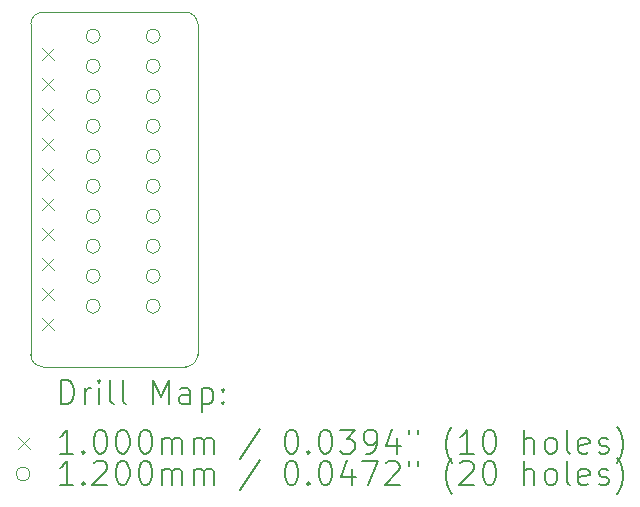
<source format=gbr>
%TF.GenerationSoftware,KiCad,Pcbnew,7.0.7*%
%TF.CreationDate,2023-11-28T10:38:12+01:00*%
%TF.ProjectId,wago kf141v adapter,7761676f-206b-4663-9134-317620616461,rev?*%
%TF.SameCoordinates,Original*%
%TF.FileFunction,Drillmap*%
%TF.FilePolarity,Positive*%
%FSLAX45Y45*%
G04 Gerber Fmt 4.5, Leading zero omitted, Abs format (unit mm)*
G04 Created by KiCad (PCBNEW 7.0.7) date 2023-11-28 10:38:12*
%MOMM*%
%LPD*%
G01*
G04 APERTURE LIST*
%ADD10C,0.100000*%
%ADD11C,0.200000*%
%ADD12C,0.120000*%
G04 APERTURE END LIST*
D10*
X13800000Y-7200000D02*
X15013000Y-7200000D01*
X13800000Y-10200000D02*
X15013000Y-10200000D01*
X13700000Y-7300000D02*
X13700000Y-10100000D01*
X15013000Y-10200000D02*
G75*
G03*
X15113000Y-10100000I0J100000D01*
G01*
X15113000Y-7300000D02*
G75*
G03*
X15013000Y-7200000I-100000J0D01*
G01*
X15113000Y-7300000D02*
X15113000Y-10100000D01*
X13700000Y-10100000D02*
G75*
G03*
X13800000Y-10200000I100000J0D01*
G01*
X13800000Y-7200000D02*
G75*
G03*
X13700000Y-7300000I0J-100000D01*
G01*
D11*
D10*
X13793000Y-7507000D02*
X13893000Y-7607000D01*
X13893000Y-7507000D02*
X13793000Y-7607000D01*
X13793000Y-7761000D02*
X13893000Y-7861000D01*
X13893000Y-7761000D02*
X13793000Y-7861000D01*
X13793000Y-8015000D02*
X13893000Y-8115000D01*
X13893000Y-8015000D02*
X13793000Y-8115000D01*
X13793000Y-8269000D02*
X13893000Y-8369000D01*
X13893000Y-8269000D02*
X13793000Y-8369000D01*
X13793000Y-8523000D02*
X13893000Y-8623000D01*
X13893000Y-8523000D02*
X13793000Y-8623000D01*
X13793000Y-8777000D02*
X13893000Y-8877000D01*
X13893000Y-8777000D02*
X13793000Y-8877000D01*
X13793000Y-9031000D02*
X13893000Y-9131000D01*
X13893000Y-9031000D02*
X13793000Y-9131000D01*
X13793000Y-9285000D02*
X13893000Y-9385000D01*
X13893000Y-9285000D02*
X13793000Y-9385000D01*
X13793000Y-9539000D02*
X13893000Y-9639000D01*
X13893000Y-9539000D02*
X13793000Y-9639000D01*
X13793000Y-9793000D02*
X13893000Y-9893000D01*
X13893000Y-9793000D02*
X13793000Y-9893000D01*
D12*
X14288000Y-7402500D02*
G75*
G03*
X14288000Y-7402500I-60000J0D01*
G01*
X14288000Y-7656500D02*
G75*
G03*
X14288000Y-7656500I-60000J0D01*
G01*
X14288000Y-7910500D02*
G75*
G03*
X14288000Y-7910500I-60000J0D01*
G01*
X14288000Y-8164500D02*
G75*
G03*
X14288000Y-8164500I-60000J0D01*
G01*
X14288000Y-8418500D02*
G75*
G03*
X14288000Y-8418500I-60000J0D01*
G01*
X14288000Y-8672500D02*
G75*
G03*
X14288000Y-8672500I-60000J0D01*
G01*
X14288000Y-8926500D02*
G75*
G03*
X14288000Y-8926500I-60000J0D01*
G01*
X14288000Y-9180500D02*
G75*
G03*
X14288000Y-9180500I-60000J0D01*
G01*
X14288000Y-9434500D02*
G75*
G03*
X14288000Y-9434500I-60000J0D01*
G01*
X14288000Y-9688500D02*
G75*
G03*
X14288000Y-9688500I-60000J0D01*
G01*
X14796000Y-7402500D02*
G75*
G03*
X14796000Y-7402500I-60000J0D01*
G01*
X14796000Y-7656500D02*
G75*
G03*
X14796000Y-7656500I-60000J0D01*
G01*
X14796000Y-7910500D02*
G75*
G03*
X14796000Y-7910500I-60000J0D01*
G01*
X14796000Y-8164500D02*
G75*
G03*
X14796000Y-8164500I-60000J0D01*
G01*
X14796000Y-8418500D02*
G75*
G03*
X14796000Y-8418500I-60000J0D01*
G01*
X14796000Y-8672500D02*
G75*
G03*
X14796000Y-8672500I-60000J0D01*
G01*
X14796000Y-8926500D02*
G75*
G03*
X14796000Y-8926500I-60000J0D01*
G01*
X14796000Y-9180500D02*
G75*
G03*
X14796000Y-9180500I-60000J0D01*
G01*
X14796000Y-9434500D02*
G75*
G03*
X14796000Y-9434500I-60000J0D01*
G01*
X14796000Y-9688500D02*
G75*
G03*
X14796000Y-9688500I-60000J0D01*
G01*
D11*
X13955777Y-10516484D02*
X13955777Y-10316484D01*
X13955777Y-10316484D02*
X14003396Y-10316484D01*
X14003396Y-10316484D02*
X14031967Y-10326008D01*
X14031967Y-10326008D02*
X14051015Y-10345055D01*
X14051015Y-10345055D02*
X14060539Y-10364103D01*
X14060539Y-10364103D02*
X14070062Y-10402198D01*
X14070062Y-10402198D02*
X14070062Y-10430770D01*
X14070062Y-10430770D02*
X14060539Y-10468865D01*
X14060539Y-10468865D02*
X14051015Y-10487912D01*
X14051015Y-10487912D02*
X14031967Y-10506960D01*
X14031967Y-10506960D02*
X14003396Y-10516484D01*
X14003396Y-10516484D02*
X13955777Y-10516484D01*
X14155777Y-10516484D02*
X14155777Y-10383150D01*
X14155777Y-10421246D02*
X14165301Y-10402198D01*
X14165301Y-10402198D02*
X14174824Y-10392674D01*
X14174824Y-10392674D02*
X14193872Y-10383150D01*
X14193872Y-10383150D02*
X14212920Y-10383150D01*
X14279586Y-10516484D02*
X14279586Y-10383150D01*
X14279586Y-10316484D02*
X14270062Y-10326008D01*
X14270062Y-10326008D02*
X14279586Y-10335531D01*
X14279586Y-10335531D02*
X14289110Y-10326008D01*
X14289110Y-10326008D02*
X14279586Y-10316484D01*
X14279586Y-10316484D02*
X14279586Y-10335531D01*
X14403396Y-10516484D02*
X14384348Y-10506960D01*
X14384348Y-10506960D02*
X14374824Y-10487912D01*
X14374824Y-10487912D02*
X14374824Y-10316484D01*
X14508158Y-10516484D02*
X14489110Y-10506960D01*
X14489110Y-10506960D02*
X14479586Y-10487912D01*
X14479586Y-10487912D02*
X14479586Y-10316484D01*
X14736729Y-10516484D02*
X14736729Y-10316484D01*
X14736729Y-10316484D02*
X14803396Y-10459341D01*
X14803396Y-10459341D02*
X14870062Y-10316484D01*
X14870062Y-10316484D02*
X14870062Y-10516484D01*
X15051015Y-10516484D02*
X15051015Y-10411722D01*
X15051015Y-10411722D02*
X15041491Y-10392674D01*
X15041491Y-10392674D02*
X15022443Y-10383150D01*
X15022443Y-10383150D02*
X14984348Y-10383150D01*
X14984348Y-10383150D02*
X14965301Y-10392674D01*
X15051015Y-10506960D02*
X15031967Y-10516484D01*
X15031967Y-10516484D02*
X14984348Y-10516484D01*
X14984348Y-10516484D02*
X14965301Y-10506960D01*
X14965301Y-10506960D02*
X14955777Y-10487912D01*
X14955777Y-10487912D02*
X14955777Y-10468865D01*
X14955777Y-10468865D02*
X14965301Y-10449817D01*
X14965301Y-10449817D02*
X14984348Y-10440293D01*
X14984348Y-10440293D02*
X15031967Y-10440293D01*
X15031967Y-10440293D02*
X15051015Y-10430770D01*
X15146253Y-10383150D02*
X15146253Y-10583150D01*
X15146253Y-10392674D02*
X15165301Y-10383150D01*
X15165301Y-10383150D02*
X15203396Y-10383150D01*
X15203396Y-10383150D02*
X15222443Y-10392674D01*
X15222443Y-10392674D02*
X15231967Y-10402198D01*
X15231967Y-10402198D02*
X15241491Y-10421246D01*
X15241491Y-10421246D02*
X15241491Y-10478389D01*
X15241491Y-10478389D02*
X15231967Y-10497436D01*
X15231967Y-10497436D02*
X15222443Y-10506960D01*
X15222443Y-10506960D02*
X15203396Y-10516484D01*
X15203396Y-10516484D02*
X15165301Y-10516484D01*
X15165301Y-10516484D02*
X15146253Y-10506960D01*
X15327205Y-10497436D02*
X15336729Y-10506960D01*
X15336729Y-10506960D02*
X15327205Y-10516484D01*
X15327205Y-10516484D02*
X15317682Y-10506960D01*
X15317682Y-10506960D02*
X15327205Y-10497436D01*
X15327205Y-10497436D02*
X15327205Y-10516484D01*
X15327205Y-10392674D02*
X15336729Y-10402198D01*
X15336729Y-10402198D02*
X15327205Y-10411722D01*
X15327205Y-10411722D02*
X15317682Y-10402198D01*
X15317682Y-10402198D02*
X15327205Y-10392674D01*
X15327205Y-10392674D02*
X15327205Y-10411722D01*
D10*
X13595000Y-10795000D02*
X13695000Y-10895000D01*
X13695000Y-10795000D02*
X13595000Y-10895000D01*
D11*
X14060539Y-10936484D02*
X13946253Y-10936484D01*
X14003396Y-10936484D02*
X14003396Y-10736484D01*
X14003396Y-10736484D02*
X13984348Y-10765055D01*
X13984348Y-10765055D02*
X13965301Y-10784103D01*
X13965301Y-10784103D02*
X13946253Y-10793627D01*
X14146253Y-10917436D02*
X14155777Y-10926960D01*
X14155777Y-10926960D02*
X14146253Y-10936484D01*
X14146253Y-10936484D02*
X14136729Y-10926960D01*
X14136729Y-10926960D02*
X14146253Y-10917436D01*
X14146253Y-10917436D02*
X14146253Y-10936484D01*
X14279586Y-10736484D02*
X14298634Y-10736484D01*
X14298634Y-10736484D02*
X14317682Y-10746008D01*
X14317682Y-10746008D02*
X14327205Y-10755531D01*
X14327205Y-10755531D02*
X14336729Y-10774579D01*
X14336729Y-10774579D02*
X14346253Y-10812674D01*
X14346253Y-10812674D02*
X14346253Y-10860293D01*
X14346253Y-10860293D02*
X14336729Y-10898389D01*
X14336729Y-10898389D02*
X14327205Y-10917436D01*
X14327205Y-10917436D02*
X14317682Y-10926960D01*
X14317682Y-10926960D02*
X14298634Y-10936484D01*
X14298634Y-10936484D02*
X14279586Y-10936484D01*
X14279586Y-10936484D02*
X14260539Y-10926960D01*
X14260539Y-10926960D02*
X14251015Y-10917436D01*
X14251015Y-10917436D02*
X14241491Y-10898389D01*
X14241491Y-10898389D02*
X14231967Y-10860293D01*
X14231967Y-10860293D02*
X14231967Y-10812674D01*
X14231967Y-10812674D02*
X14241491Y-10774579D01*
X14241491Y-10774579D02*
X14251015Y-10755531D01*
X14251015Y-10755531D02*
X14260539Y-10746008D01*
X14260539Y-10746008D02*
X14279586Y-10736484D01*
X14470062Y-10736484D02*
X14489110Y-10736484D01*
X14489110Y-10736484D02*
X14508158Y-10746008D01*
X14508158Y-10746008D02*
X14517682Y-10755531D01*
X14517682Y-10755531D02*
X14527205Y-10774579D01*
X14527205Y-10774579D02*
X14536729Y-10812674D01*
X14536729Y-10812674D02*
X14536729Y-10860293D01*
X14536729Y-10860293D02*
X14527205Y-10898389D01*
X14527205Y-10898389D02*
X14517682Y-10917436D01*
X14517682Y-10917436D02*
X14508158Y-10926960D01*
X14508158Y-10926960D02*
X14489110Y-10936484D01*
X14489110Y-10936484D02*
X14470062Y-10936484D01*
X14470062Y-10936484D02*
X14451015Y-10926960D01*
X14451015Y-10926960D02*
X14441491Y-10917436D01*
X14441491Y-10917436D02*
X14431967Y-10898389D01*
X14431967Y-10898389D02*
X14422443Y-10860293D01*
X14422443Y-10860293D02*
X14422443Y-10812674D01*
X14422443Y-10812674D02*
X14431967Y-10774579D01*
X14431967Y-10774579D02*
X14441491Y-10755531D01*
X14441491Y-10755531D02*
X14451015Y-10746008D01*
X14451015Y-10746008D02*
X14470062Y-10736484D01*
X14660539Y-10736484D02*
X14679586Y-10736484D01*
X14679586Y-10736484D02*
X14698634Y-10746008D01*
X14698634Y-10746008D02*
X14708158Y-10755531D01*
X14708158Y-10755531D02*
X14717682Y-10774579D01*
X14717682Y-10774579D02*
X14727205Y-10812674D01*
X14727205Y-10812674D02*
X14727205Y-10860293D01*
X14727205Y-10860293D02*
X14717682Y-10898389D01*
X14717682Y-10898389D02*
X14708158Y-10917436D01*
X14708158Y-10917436D02*
X14698634Y-10926960D01*
X14698634Y-10926960D02*
X14679586Y-10936484D01*
X14679586Y-10936484D02*
X14660539Y-10936484D01*
X14660539Y-10936484D02*
X14641491Y-10926960D01*
X14641491Y-10926960D02*
X14631967Y-10917436D01*
X14631967Y-10917436D02*
X14622443Y-10898389D01*
X14622443Y-10898389D02*
X14612920Y-10860293D01*
X14612920Y-10860293D02*
X14612920Y-10812674D01*
X14612920Y-10812674D02*
X14622443Y-10774579D01*
X14622443Y-10774579D02*
X14631967Y-10755531D01*
X14631967Y-10755531D02*
X14641491Y-10746008D01*
X14641491Y-10746008D02*
X14660539Y-10736484D01*
X14812920Y-10936484D02*
X14812920Y-10803150D01*
X14812920Y-10822198D02*
X14822443Y-10812674D01*
X14822443Y-10812674D02*
X14841491Y-10803150D01*
X14841491Y-10803150D02*
X14870063Y-10803150D01*
X14870063Y-10803150D02*
X14889110Y-10812674D01*
X14889110Y-10812674D02*
X14898634Y-10831722D01*
X14898634Y-10831722D02*
X14898634Y-10936484D01*
X14898634Y-10831722D02*
X14908158Y-10812674D01*
X14908158Y-10812674D02*
X14927205Y-10803150D01*
X14927205Y-10803150D02*
X14955777Y-10803150D01*
X14955777Y-10803150D02*
X14974824Y-10812674D01*
X14974824Y-10812674D02*
X14984348Y-10831722D01*
X14984348Y-10831722D02*
X14984348Y-10936484D01*
X15079586Y-10936484D02*
X15079586Y-10803150D01*
X15079586Y-10822198D02*
X15089110Y-10812674D01*
X15089110Y-10812674D02*
X15108158Y-10803150D01*
X15108158Y-10803150D02*
X15136729Y-10803150D01*
X15136729Y-10803150D02*
X15155777Y-10812674D01*
X15155777Y-10812674D02*
X15165301Y-10831722D01*
X15165301Y-10831722D02*
X15165301Y-10936484D01*
X15165301Y-10831722D02*
X15174824Y-10812674D01*
X15174824Y-10812674D02*
X15193872Y-10803150D01*
X15193872Y-10803150D02*
X15222443Y-10803150D01*
X15222443Y-10803150D02*
X15241491Y-10812674D01*
X15241491Y-10812674D02*
X15251015Y-10831722D01*
X15251015Y-10831722D02*
X15251015Y-10936484D01*
X15641491Y-10726960D02*
X15470063Y-10984103D01*
X15898634Y-10736484D02*
X15917682Y-10736484D01*
X15917682Y-10736484D02*
X15936729Y-10746008D01*
X15936729Y-10746008D02*
X15946253Y-10755531D01*
X15946253Y-10755531D02*
X15955777Y-10774579D01*
X15955777Y-10774579D02*
X15965301Y-10812674D01*
X15965301Y-10812674D02*
X15965301Y-10860293D01*
X15965301Y-10860293D02*
X15955777Y-10898389D01*
X15955777Y-10898389D02*
X15946253Y-10917436D01*
X15946253Y-10917436D02*
X15936729Y-10926960D01*
X15936729Y-10926960D02*
X15917682Y-10936484D01*
X15917682Y-10936484D02*
X15898634Y-10936484D01*
X15898634Y-10936484D02*
X15879586Y-10926960D01*
X15879586Y-10926960D02*
X15870063Y-10917436D01*
X15870063Y-10917436D02*
X15860539Y-10898389D01*
X15860539Y-10898389D02*
X15851015Y-10860293D01*
X15851015Y-10860293D02*
X15851015Y-10812674D01*
X15851015Y-10812674D02*
X15860539Y-10774579D01*
X15860539Y-10774579D02*
X15870063Y-10755531D01*
X15870063Y-10755531D02*
X15879586Y-10746008D01*
X15879586Y-10746008D02*
X15898634Y-10736484D01*
X16051015Y-10917436D02*
X16060539Y-10926960D01*
X16060539Y-10926960D02*
X16051015Y-10936484D01*
X16051015Y-10936484D02*
X16041491Y-10926960D01*
X16041491Y-10926960D02*
X16051015Y-10917436D01*
X16051015Y-10917436D02*
X16051015Y-10936484D01*
X16184348Y-10736484D02*
X16203396Y-10736484D01*
X16203396Y-10736484D02*
X16222444Y-10746008D01*
X16222444Y-10746008D02*
X16231967Y-10755531D01*
X16231967Y-10755531D02*
X16241491Y-10774579D01*
X16241491Y-10774579D02*
X16251015Y-10812674D01*
X16251015Y-10812674D02*
X16251015Y-10860293D01*
X16251015Y-10860293D02*
X16241491Y-10898389D01*
X16241491Y-10898389D02*
X16231967Y-10917436D01*
X16231967Y-10917436D02*
X16222444Y-10926960D01*
X16222444Y-10926960D02*
X16203396Y-10936484D01*
X16203396Y-10936484D02*
X16184348Y-10936484D01*
X16184348Y-10936484D02*
X16165301Y-10926960D01*
X16165301Y-10926960D02*
X16155777Y-10917436D01*
X16155777Y-10917436D02*
X16146253Y-10898389D01*
X16146253Y-10898389D02*
X16136729Y-10860293D01*
X16136729Y-10860293D02*
X16136729Y-10812674D01*
X16136729Y-10812674D02*
X16146253Y-10774579D01*
X16146253Y-10774579D02*
X16155777Y-10755531D01*
X16155777Y-10755531D02*
X16165301Y-10746008D01*
X16165301Y-10746008D02*
X16184348Y-10736484D01*
X16317682Y-10736484D02*
X16441491Y-10736484D01*
X16441491Y-10736484D02*
X16374825Y-10812674D01*
X16374825Y-10812674D02*
X16403396Y-10812674D01*
X16403396Y-10812674D02*
X16422444Y-10822198D01*
X16422444Y-10822198D02*
X16431967Y-10831722D01*
X16431967Y-10831722D02*
X16441491Y-10850770D01*
X16441491Y-10850770D02*
X16441491Y-10898389D01*
X16441491Y-10898389D02*
X16431967Y-10917436D01*
X16431967Y-10917436D02*
X16422444Y-10926960D01*
X16422444Y-10926960D02*
X16403396Y-10936484D01*
X16403396Y-10936484D02*
X16346253Y-10936484D01*
X16346253Y-10936484D02*
X16327206Y-10926960D01*
X16327206Y-10926960D02*
X16317682Y-10917436D01*
X16536729Y-10936484D02*
X16574825Y-10936484D01*
X16574825Y-10936484D02*
X16593872Y-10926960D01*
X16593872Y-10926960D02*
X16603396Y-10917436D01*
X16603396Y-10917436D02*
X16622444Y-10888865D01*
X16622444Y-10888865D02*
X16631967Y-10850770D01*
X16631967Y-10850770D02*
X16631967Y-10774579D01*
X16631967Y-10774579D02*
X16622444Y-10755531D01*
X16622444Y-10755531D02*
X16612920Y-10746008D01*
X16612920Y-10746008D02*
X16593872Y-10736484D01*
X16593872Y-10736484D02*
X16555777Y-10736484D01*
X16555777Y-10736484D02*
X16536729Y-10746008D01*
X16536729Y-10746008D02*
X16527206Y-10755531D01*
X16527206Y-10755531D02*
X16517682Y-10774579D01*
X16517682Y-10774579D02*
X16517682Y-10822198D01*
X16517682Y-10822198D02*
X16527206Y-10841246D01*
X16527206Y-10841246D02*
X16536729Y-10850770D01*
X16536729Y-10850770D02*
X16555777Y-10860293D01*
X16555777Y-10860293D02*
X16593872Y-10860293D01*
X16593872Y-10860293D02*
X16612920Y-10850770D01*
X16612920Y-10850770D02*
X16622444Y-10841246D01*
X16622444Y-10841246D02*
X16631967Y-10822198D01*
X16803396Y-10803150D02*
X16803396Y-10936484D01*
X16755777Y-10726960D02*
X16708158Y-10869817D01*
X16708158Y-10869817D02*
X16831968Y-10869817D01*
X16898634Y-10736484D02*
X16898634Y-10774579D01*
X16974825Y-10736484D02*
X16974825Y-10774579D01*
X17270063Y-11012674D02*
X17260539Y-11003150D01*
X17260539Y-11003150D02*
X17241491Y-10974579D01*
X17241491Y-10974579D02*
X17231968Y-10955531D01*
X17231968Y-10955531D02*
X17222444Y-10926960D01*
X17222444Y-10926960D02*
X17212920Y-10879341D01*
X17212920Y-10879341D02*
X17212920Y-10841246D01*
X17212920Y-10841246D02*
X17222444Y-10793627D01*
X17222444Y-10793627D02*
X17231968Y-10765055D01*
X17231968Y-10765055D02*
X17241491Y-10746008D01*
X17241491Y-10746008D02*
X17260539Y-10717436D01*
X17260539Y-10717436D02*
X17270063Y-10707912D01*
X17451015Y-10936484D02*
X17336730Y-10936484D01*
X17393872Y-10936484D02*
X17393872Y-10736484D01*
X17393872Y-10736484D02*
X17374825Y-10765055D01*
X17374825Y-10765055D02*
X17355777Y-10784103D01*
X17355777Y-10784103D02*
X17336730Y-10793627D01*
X17574825Y-10736484D02*
X17593872Y-10736484D01*
X17593872Y-10736484D02*
X17612920Y-10746008D01*
X17612920Y-10746008D02*
X17622444Y-10755531D01*
X17622444Y-10755531D02*
X17631968Y-10774579D01*
X17631968Y-10774579D02*
X17641491Y-10812674D01*
X17641491Y-10812674D02*
X17641491Y-10860293D01*
X17641491Y-10860293D02*
X17631968Y-10898389D01*
X17631968Y-10898389D02*
X17622444Y-10917436D01*
X17622444Y-10917436D02*
X17612920Y-10926960D01*
X17612920Y-10926960D02*
X17593872Y-10936484D01*
X17593872Y-10936484D02*
X17574825Y-10936484D01*
X17574825Y-10936484D02*
X17555777Y-10926960D01*
X17555777Y-10926960D02*
X17546253Y-10917436D01*
X17546253Y-10917436D02*
X17536730Y-10898389D01*
X17536730Y-10898389D02*
X17527206Y-10860293D01*
X17527206Y-10860293D02*
X17527206Y-10812674D01*
X17527206Y-10812674D02*
X17536730Y-10774579D01*
X17536730Y-10774579D02*
X17546253Y-10755531D01*
X17546253Y-10755531D02*
X17555777Y-10746008D01*
X17555777Y-10746008D02*
X17574825Y-10736484D01*
X17879587Y-10936484D02*
X17879587Y-10736484D01*
X17965301Y-10936484D02*
X17965301Y-10831722D01*
X17965301Y-10831722D02*
X17955777Y-10812674D01*
X17955777Y-10812674D02*
X17936730Y-10803150D01*
X17936730Y-10803150D02*
X17908158Y-10803150D01*
X17908158Y-10803150D02*
X17889111Y-10812674D01*
X17889111Y-10812674D02*
X17879587Y-10822198D01*
X18089111Y-10936484D02*
X18070063Y-10926960D01*
X18070063Y-10926960D02*
X18060539Y-10917436D01*
X18060539Y-10917436D02*
X18051015Y-10898389D01*
X18051015Y-10898389D02*
X18051015Y-10841246D01*
X18051015Y-10841246D02*
X18060539Y-10822198D01*
X18060539Y-10822198D02*
X18070063Y-10812674D01*
X18070063Y-10812674D02*
X18089111Y-10803150D01*
X18089111Y-10803150D02*
X18117682Y-10803150D01*
X18117682Y-10803150D02*
X18136730Y-10812674D01*
X18136730Y-10812674D02*
X18146253Y-10822198D01*
X18146253Y-10822198D02*
X18155777Y-10841246D01*
X18155777Y-10841246D02*
X18155777Y-10898389D01*
X18155777Y-10898389D02*
X18146253Y-10917436D01*
X18146253Y-10917436D02*
X18136730Y-10926960D01*
X18136730Y-10926960D02*
X18117682Y-10936484D01*
X18117682Y-10936484D02*
X18089111Y-10936484D01*
X18270063Y-10936484D02*
X18251015Y-10926960D01*
X18251015Y-10926960D02*
X18241492Y-10907912D01*
X18241492Y-10907912D02*
X18241492Y-10736484D01*
X18422444Y-10926960D02*
X18403396Y-10936484D01*
X18403396Y-10936484D02*
X18365301Y-10936484D01*
X18365301Y-10936484D02*
X18346253Y-10926960D01*
X18346253Y-10926960D02*
X18336730Y-10907912D01*
X18336730Y-10907912D02*
X18336730Y-10831722D01*
X18336730Y-10831722D02*
X18346253Y-10812674D01*
X18346253Y-10812674D02*
X18365301Y-10803150D01*
X18365301Y-10803150D02*
X18403396Y-10803150D01*
X18403396Y-10803150D02*
X18422444Y-10812674D01*
X18422444Y-10812674D02*
X18431968Y-10831722D01*
X18431968Y-10831722D02*
X18431968Y-10850770D01*
X18431968Y-10850770D02*
X18336730Y-10869817D01*
X18508158Y-10926960D02*
X18527206Y-10936484D01*
X18527206Y-10936484D02*
X18565301Y-10936484D01*
X18565301Y-10936484D02*
X18584349Y-10926960D01*
X18584349Y-10926960D02*
X18593873Y-10907912D01*
X18593873Y-10907912D02*
X18593873Y-10898389D01*
X18593873Y-10898389D02*
X18584349Y-10879341D01*
X18584349Y-10879341D02*
X18565301Y-10869817D01*
X18565301Y-10869817D02*
X18536730Y-10869817D01*
X18536730Y-10869817D02*
X18517682Y-10860293D01*
X18517682Y-10860293D02*
X18508158Y-10841246D01*
X18508158Y-10841246D02*
X18508158Y-10831722D01*
X18508158Y-10831722D02*
X18517682Y-10812674D01*
X18517682Y-10812674D02*
X18536730Y-10803150D01*
X18536730Y-10803150D02*
X18565301Y-10803150D01*
X18565301Y-10803150D02*
X18584349Y-10812674D01*
X18660539Y-11012674D02*
X18670063Y-11003150D01*
X18670063Y-11003150D02*
X18689111Y-10974579D01*
X18689111Y-10974579D02*
X18698634Y-10955531D01*
X18698634Y-10955531D02*
X18708158Y-10926960D01*
X18708158Y-10926960D02*
X18717682Y-10879341D01*
X18717682Y-10879341D02*
X18717682Y-10841246D01*
X18717682Y-10841246D02*
X18708158Y-10793627D01*
X18708158Y-10793627D02*
X18698634Y-10765055D01*
X18698634Y-10765055D02*
X18689111Y-10746008D01*
X18689111Y-10746008D02*
X18670063Y-10717436D01*
X18670063Y-10717436D02*
X18660539Y-10707912D01*
D12*
X13695000Y-11109000D02*
G75*
G03*
X13695000Y-11109000I-60000J0D01*
G01*
D11*
X14060539Y-11200484D02*
X13946253Y-11200484D01*
X14003396Y-11200484D02*
X14003396Y-11000484D01*
X14003396Y-11000484D02*
X13984348Y-11029055D01*
X13984348Y-11029055D02*
X13965301Y-11048103D01*
X13965301Y-11048103D02*
X13946253Y-11057627D01*
X14146253Y-11181436D02*
X14155777Y-11190960D01*
X14155777Y-11190960D02*
X14146253Y-11200484D01*
X14146253Y-11200484D02*
X14136729Y-11190960D01*
X14136729Y-11190960D02*
X14146253Y-11181436D01*
X14146253Y-11181436D02*
X14146253Y-11200484D01*
X14231967Y-11019531D02*
X14241491Y-11010008D01*
X14241491Y-11010008D02*
X14260539Y-11000484D01*
X14260539Y-11000484D02*
X14308158Y-11000484D01*
X14308158Y-11000484D02*
X14327205Y-11010008D01*
X14327205Y-11010008D02*
X14336729Y-11019531D01*
X14336729Y-11019531D02*
X14346253Y-11038579D01*
X14346253Y-11038579D02*
X14346253Y-11057627D01*
X14346253Y-11057627D02*
X14336729Y-11086198D01*
X14336729Y-11086198D02*
X14222443Y-11200484D01*
X14222443Y-11200484D02*
X14346253Y-11200484D01*
X14470062Y-11000484D02*
X14489110Y-11000484D01*
X14489110Y-11000484D02*
X14508158Y-11010008D01*
X14508158Y-11010008D02*
X14517682Y-11019531D01*
X14517682Y-11019531D02*
X14527205Y-11038579D01*
X14527205Y-11038579D02*
X14536729Y-11076674D01*
X14536729Y-11076674D02*
X14536729Y-11124293D01*
X14536729Y-11124293D02*
X14527205Y-11162389D01*
X14527205Y-11162389D02*
X14517682Y-11181436D01*
X14517682Y-11181436D02*
X14508158Y-11190960D01*
X14508158Y-11190960D02*
X14489110Y-11200484D01*
X14489110Y-11200484D02*
X14470062Y-11200484D01*
X14470062Y-11200484D02*
X14451015Y-11190960D01*
X14451015Y-11190960D02*
X14441491Y-11181436D01*
X14441491Y-11181436D02*
X14431967Y-11162389D01*
X14431967Y-11162389D02*
X14422443Y-11124293D01*
X14422443Y-11124293D02*
X14422443Y-11076674D01*
X14422443Y-11076674D02*
X14431967Y-11038579D01*
X14431967Y-11038579D02*
X14441491Y-11019531D01*
X14441491Y-11019531D02*
X14451015Y-11010008D01*
X14451015Y-11010008D02*
X14470062Y-11000484D01*
X14660539Y-11000484D02*
X14679586Y-11000484D01*
X14679586Y-11000484D02*
X14698634Y-11010008D01*
X14698634Y-11010008D02*
X14708158Y-11019531D01*
X14708158Y-11019531D02*
X14717682Y-11038579D01*
X14717682Y-11038579D02*
X14727205Y-11076674D01*
X14727205Y-11076674D02*
X14727205Y-11124293D01*
X14727205Y-11124293D02*
X14717682Y-11162389D01*
X14717682Y-11162389D02*
X14708158Y-11181436D01*
X14708158Y-11181436D02*
X14698634Y-11190960D01*
X14698634Y-11190960D02*
X14679586Y-11200484D01*
X14679586Y-11200484D02*
X14660539Y-11200484D01*
X14660539Y-11200484D02*
X14641491Y-11190960D01*
X14641491Y-11190960D02*
X14631967Y-11181436D01*
X14631967Y-11181436D02*
X14622443Y-11162389D01*
X14622443Y-11162389D02*
X14612920Y-11124293D01*
X14612920Y-11124293D02*
X14612920Y-11076674D01*
X14612920Y-11076674D02*
X14622443Y-11038579D01*
X14622443Y-11038579D02*
X14631967Y-11019531D01*
X14631967Y-11019531D02*
X14641491Y-11010008D01*
X14641491Y-11010008D02*
X14660539Y-11000484D01*
X14812920Y-11200484D02*
X14812920Y-11067150D01*
X14812920Y-11086198D02*
X14822443Y-11076674D01*
X14822443Y-11076674D02*
X14841491Y-11067150D01*
X14841491Y-11067150D02*
X14870063Y-11067150D01*
X14870063Y-11067150D02*
X14889110Y-11076674D01*
X14889110Y-11076674D02*
X14898634Y-11095722D01*
X14898634Y-11095722D02*
X14898634Y-11200484D01*
X14898634Y-11095722D02*
X14908158Y-11076674D01*
X14908158Y-11076674D02*
X14927205Y-11067150D01*
X14927205Y-11067150D02*
X14955777Y-11067150D01*
X14955777Y-11067150D02*
X14974824Y-11076674D01*
X14974824Y-11076674D02*
X14984348Y-11095722D01*
X14984348Y-11095722D02*
X14984348Y-11200484D01*
X15079586Y-11200484D02*
X15079586Y-11067150D01*
X15079586Y-11086198D02*
X15089110Y-11076674D01*
X15089110Y-11076674D02*
X15108158Y-11067150D01*
X15108158Y-11067150D02*
X15136729Y-11067150D01*
X15136729Y-11067150D02*
X15155777Y-11076674D01*
X15155777Y-11076674D02*
X15165301Y-11095722D01*
X15165301Y-11095722D02*
X15165301Y-11200484D01*
X15165301Y-11095722D02*
X15174824Y-11076674D01*
X15174824Y-11076674D02*
X15193872Y-11067150D01*
X15193872Y-11067150D02*
X15222443Y-11067150D01*
X15222443Y-11067150D02*
X15241491Y-11076674D01*
X15241491Y-11076674D02*
X15251015Y-11095722D01*
X15251015Y-11095722D02*
X15251015Y-11200484D01*
X15641491Y-10990960D02*
X15470063Y-11248103D01*
X15898634Y-11000484D02*
X15917682Y-11000484D01*
X15917682Y-11000484D02*
X15936729Y-11010008D01*
X15936729Y-11010008D02*
X15946253Y-11019531D01*
X15946253Y-11019531D02*
X15955777Y-11038579D01*
X15955777Y-11038579D02*
X15965301Y-11076674D01*
X15965301Y-11076674D02*
X15965301Y-11124293D01*
X15965301Y-11124293D02*
X15955777Y-11162389D01*
X15955777Y-11162389D02*
X15946253Y-11181436D01*
X15946253Y-11181436D02*
X15936729Y-11190960D01*
X15936729Y-11190960D02*
X15917682Y-11200484D01*
X15917682Y-11200484D02*
X15898634Y-11200484D01*
X15898634Y-11200484D02*
X15879586Y-11190960D01*
X15879586Y-11190960D02*
X15870063Y-11181436D01*
X15870063Y-11181436D02*
X15860539Y-11162389D01*
X15860539Y-11162389D02*
X15851015Y-11124293D01*
X15851015Y-11124293D02*
X15851015Y-11076674D01*
X15851015Y-11076674D02*
X15860539Y-11038579D01*
X15860539Y-11038579D02*
X15870063Y-11019531D01*
X15870063Y-11019531D02*
X15879586Y-11010008D01*
X15879586Y-11010008D02*
X15898634Y-11000484D01*
X16051015Y-11181436D02*
X16060539Y-11190960D01*
X16060539Y-11190960D02*
X16051015Y-11200484D01*
X16051015Y-11200484D02*
X16041491Y-11190960D01*
X16041491Y-11190960D02*
X16051015Y-11181436D01*
X16051015Y-11181436D02*
X16051015Y-11200484D01*
X16184348Y-11000484D02*
X16203396Y-11000484D01*
X16203396Y-11000484D02*
X16222444Y-11010008D01*
X16222444Y-11010008D02*
X16231967Y-11019531D01*
X16231967Y-11019531D02*
X16241491Y-11038579D01*
X16241491Y-11038579D02*
X16251015Y-11076674D01*
X16251015Y-11076674D02*
X16251015Y-11124293D01*
X16251015Y-11124293D02*
X16241491Y-11162389D01*
X16241491Y-11162389D02*
X16231967Y-11181436D01*
X16231967Y-11181436D02*
X16222444Y-11190960D01*
X16222444Y-11190960D02*
X16203396Y-11200484D01*
X16203396Y-11200484D02*
X16184348Y-11200484D01*
X16184348Y-11200484D02*
X16165301Y-11190960D01*
X16165301Y-11190960D02*
X16155777Y-11181436D01*
X16155777Y-11181436D02*
X16146253Y-11162389D01*
X16146253Y-11162389D02*
X16136729Y-11124293D01*
X16136729Y-11124293D02*
X16136729Y-11076674D01*
X16136729Y-11076674D02*
X16146253Y-11038579D01*
X16146253Y-11038579D02*
X16155777Y-11019531D01*
X16155777Y-11019531D02*
X16165301Y-11010008D01*
X16165301Y-11010008D02*
X16184348Y-11000484D01*
X16422444Y-11067150D02*
X16422444Y-11200484D01*
X16374825Y-10990960D02*
X16327206Y-11133817D01*
X16327206Y-11133817D02*
X16451015Y-11133817D01*
X16508158Y-11000484D02*
X16641491Y-11000484D01*
X16641491Y-11000484D02*
X16555777Y-11200484D01*
X16708158Y-11019531D02*
X16717682Y-11010008D01*
X16717682Y-11010008D02*
X16736729Y-11000484D01*
X16736729Y-11000484D02*
X16784349Y-11000484D01*
X16784349Y-11000484D02*
X16803396Y-11010008D01*
X16803396Y-11010008D02*
X16812920Y-11019531D01*
X16812920Y-11019531D02*
X16822444Y-11038579D01*
X16822444Y-11038579D02*
X16822444Y-11057627D01*
X16822444Y-11057627D02*
X16812920Y-11086198D01*
X16812920Y-11086198D02*
X16698634Y-11200484D01*
X16698634Y-11200484D02*
X16822444Y-11200484D01*
X16898634Y-11000484D02*
X16898634Y-11038579D01*
X16974825Y-11000484D02*
X16974825Y-11038579D01*
X17270063Y-11276674D02*
X17260539Y-11267150D01*
X17260539Y-11267150D02*
X17241491Y-11238579D01*
X17241491Y-11238579D02*
X17231968Y-11219531D01*
X17231968Y-11219531D02*
X17222444Y-11190960D01*
X17222444Y-11190960D02*
X17212920Y-11143341D01*
X17212920Y-11143341D02*
X17212920Y-11105246D01*
X17212920Y-11105246D02*
X17222444Y-11057627D01*
X17222444Y-11057627D02*
X17231968Y-11029055D01*
X17231968Y-11029055D02*
X17241491Y-11010008D01*
X17241491Y-11010008D02*
X17260539Y-10981436D01*
X17260539Y-10981436D02*
X17270063Y-10971912D01*
X17336730Y-11019531D02*
X17346253Y-11010008D01*
X17346253Y-11010008D02*
X17365301Y-11000484D01*
X17365301Y-11000484D02*
X17412920Y-11000484D01*
X17412920Y-11000484D02*
X17431968Y-11010008D01*
X17431968Y-11010008D02*
X17441491Y-11019531D01*
X17441491Y-11019531D02*
X17451015Y-11038579D01*
X17451015Y-11038579D02*
X17451015Y-11057627D01*
X17451015Y-11057627D02*
X17441491Y-11086198D01*
X17441491Y-11086198D02*
X17327206Y-11200484D01*
X17327206Y-11200484D02*
X17451015Y-11200484D01*
X17574825Y-11000484D02*
X17593872Y-11000484D01*
X17593872Y-11000484D02*
X17612920Y-11010008D01*
X17612920Y-11010008D02*
X17622444Y-11019531D01*
X17622444Y-11019531D02*
X17631968Y-11038579D01*
X17631968Y-11038579D02*
X17641491Y-11076674D01*
X17641491Y-11076674D02*
X17641491Y-11124293D01*
X17641491Y-11124293D02*
X17631968Y-11162389D01*
X17631968Y-11162389D02*
X17622444Y-11181436D01*
X17622444Y-11181436D02*
X17612920Y-11190960D01*
X17612920Y-11190960D02*
X17593872Y-11200484D01*
X17593872Y-11200484D02*
X17574825Y-11200484D01*
X17574825Y-11200484D02*
X17555777Y-11190960D01*
X17555777Y-11190960D02*
X17546253Y-11181436D01*
X17546253Y-11181436D02*
X17536730Y-11162389D01*
X17536730Y-11162389D02*
X17527206Y-11124293D01*
X17527206Y-11124293D02*
X17527206Y-11076674D01*
X17527206Y-11076674D02*
X17536730Y-11038579D01*
X17536730Y-11038579D02*
X17546253Y-11019531D01*
X17546253Y-11019531D02*
X17555777Y-11010008D01*
X17555777Y-11010008D02*
X17574825Y-11000484D01*
X17879587Y-11200484D02*
X17879587Y-11000484D01*
X17965301Y-11200484D02*
X17965301Y-11095722D01*
X17965301Y-11095722D02*
X17955777Y-11076674D01*
X17955777Y-11076674D02*
X17936730Y-11067150D01*
X17936730Y-11067150D02*
X17908158Y-11067150D01*
X17908158Y-11067150D02*
X17889111Y-11076674D01*
X17889111Y-11076674D02*
X17879587Y-11086198D01*
X18089111Y-11200484D02*
X18070063Y-11190960D01*
X18070063Y-11190960D02*
X18060539Y-11181436D01*
X18060539Y-11181436D02*
X18051015Y-11162389D01*
X18051015Y-11162389D02*
X18051015Y-11105246D01*
X18051015Y-11105246D02*
X18060539Y-11086198D01*
X18060539Y-11086198D02*
X18070063Y-11076674D01*
X18070063Y-11076674D02*
X18089111Y-11067150D01*
X18089111Y-11067150D02*
X18117682Y-11067150D01*
X18117682Y-11067150D02*
X18136730Y-11076674D01*
X18136730Y-11076674D02*
X18146253Y-11086198D01*
X18146253Y-11086198D02*
X18155777Y-11105246D01*
X18155777Y-11105246D02*
X18155777Y-11162389D01*
X18155777Y-11162389D02*
X18146253Y-11181436D01*
X18146253Y-11181436D02*
X18136730Y-11190960D01*
X18136730Y-11190960D02*
X18117682Y-11200484D01*
X18117682Y-11200484D02*
X18089111Y-11200484D01*
X18270063Y-11200484D02*
X18251015Y-11190960D01*
X18251015Y-11190960D02*
X18241492Y-11171912D01*
X18241492Y-11171912D02*
X18241492Y-11000484D01*
X18422444Y-11190960D02*
X18403396Y-11200484D01*
X18403396Y-11200484D02*
X18365301Y-11200484D01*
X18365301Y-11200484D02*
X18346253Y-11190960D01*
X18346253Y-11190960D02*
X18336730Y-11171912D01*
X18336730Y-11171912D02*
X18336730Y-11095722D01*
X18336730Y-11095722D02*
X18346253Y-11076674D01*
X18346253Y-11076674D02*
X18365301Y-11067150D01*
X18365301Y-11067150D02*
X18403396Y-11067150D01*
X18403396Y-11067150D02*
X18422444Y-11076674D01*
X18422444Y-11076674D02*
X18431968Y-11095722D01*
X18431968Y-11095722D02*
X18431968Y-11114770D01*
X18431968Y-11114770D02*
X18336730Y-11133817D01*
X18508158Y-11190960D02*
X18527206Y-11200484D01*
X18527206Y-11200484D02*
X18565301Y-11200484D01*
X18565301Y-11200484D02*
X18584349Y-11190960D01*
X18584349Y-11190960D02*
X18593873Y-11171912D01*
X18593873Y-11171912D02*
X18593873Y-11162389D01*
X18593873Y-11162389D02*
X18584349Y-11143341D01*
X18584349Y-11143341D02*
X18565301Y-11133817D01*
X18565301Y-11133817D02*
X18536730Y-11133817D01*
X18536730Y-11133817D02*
X18517682Y-11124293D01*
X18517682Y-11124293D02*
X18508158Y-11105246D01*
X18508158Y-11105246D02*
X18508158Y-11095722D01*
X18508158Y-11095722D02*
X18517682Y-11076674D01*
X18517682Y-11076674D02*
X18536730Y-11067150D01*
X18536730Y-11067150D02*
X18565301Y-11067150D01*
X18565301Y-11067150D02*
X18584349Y-11076674D01*
X18660539Y-11276674D02*
X18670063Y-11267150D01*
X18670063Y-11267150D02*
X18689111Y-11238579D01*
X18689111Y-11238579D02*
X18698634Y-11219531D01*
X18698634Y-11219531D02*
X18708158Y-11190960D01*
X18708158Y-11190960D02*
X18717682Y-11143341D01*
X18717682Y-11143341D02*
X18717682Y-11105246D01*
X18717682Y-11105246D02*
X18708158Y-11057627D01*
X18708158Y-11057627D02*
X18698634Y-11029055D01*
X18698634Y-11029055D02*
X18689111Y-11010008D01*
X18689111Y-11010008D02*
X18670063Y-10981436D01*
X18670063Y-10981436D02*
X18660539Y-10971912D01*
M02*

</source>
